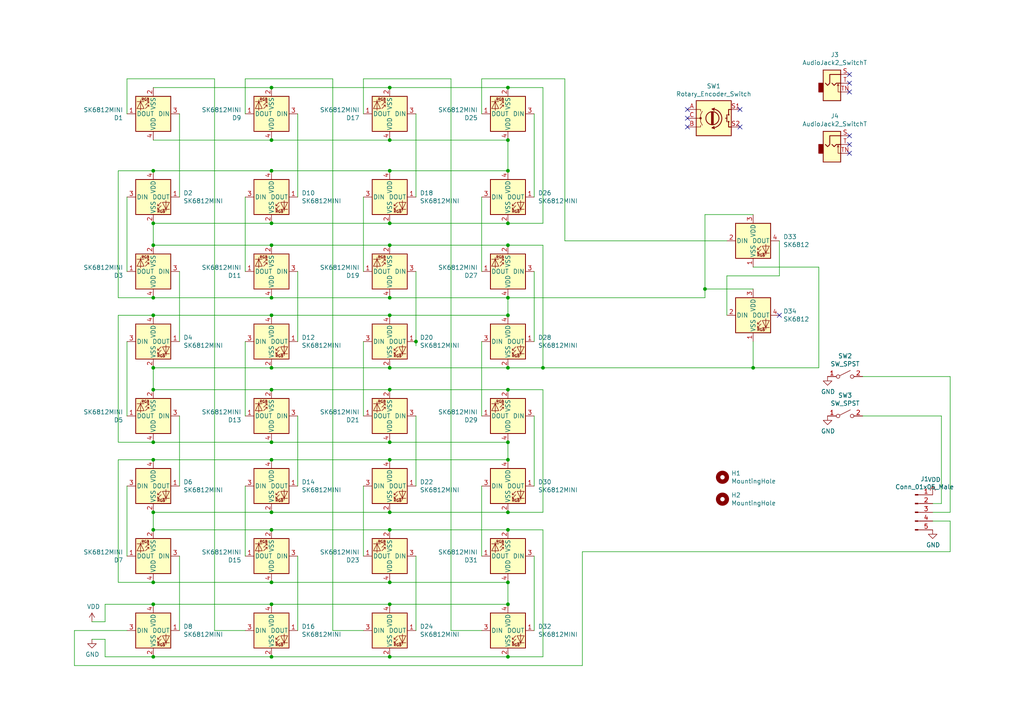
<source format=kicad_sch>
(kicad_sch (version 20230121) (generator eeschema)
  (paper "A4")
  (lib_symbols
    (symbol "LED:SK6812" (pin_names (offset 0.254))
      (property "Reference" "D" (at 5.08 5.715 0))
      (property "Value" "SK6812" (at 1.27 -5.715 0))
      (symbol "SK6812_0_0"
        (text "RGB" (at 2.286 -4.191 0) (effects (font (size 0.762 0.762))))
      )
      (symbol "SK6812_0_1"
        (polyline (pts (xy 1.27 -3.556) (xy 1.778 -3.556)))
        (polyline (pts (xy 1.27 -2.54) (xy 1.778 -2.54)))
        (polyline (pts (xy 4.699 -3.556) (xy 2.667 -3.556)))
        (polyline (pts (xy 2.286 -2.54) (xy 1.27 -3.556) (xy 1.27 -3.048)))
        (polyline (pts (xy 2.286 -1.524) (xy 1.27 -2.54) (xy 1.27 -2.032)))
        (polyline (pts (xy 3.683 -1.016) (xy 3.683 -3.556) (xy 3.683 -4.064)))
        (polyline (pts (xy 4.699 -1.524) (xy 2.667 -1.524) (xy 3.683 -3.556) (xy 4.699 -1.524)))
        (rectangle (start 5.08 5.08) (end -5.08 -5.08) (stroke (width 0.254)) (fill (type background)))
      )
      (symbol "SK6812_1_1"
        (pin power_in line (at 0 -7.62 90) (length 2.54) (name "VSS") (number "1"))
        (pin input line (at -7.62 0 0) (length 2.54) (name "DIN") (number "2"))
        (pin power_in line (at 0 7.62 270) (length 2.54) (name "VDD") (number "3"))
        (pin output line (at 7.62 0 180) (length 2.54) (name "DOUT") (number "4"))
      )
    )
    (symbol "LED:SK6812MINI" (pin_names (offset 0.254))
      (property "Reference" "D" (at 5.08 5.715 0))
      (property "Value" "SK6812MINI" (at 1.27 -5.715 0))
      (symbol "SK6812MINI_0_0"
        (text "RGB" (at 2.286 -4.191 0) (effects (font (size 0.762 0.762))))
      )
      (symbol "SK6812MINI_0_1"
        (polyline (pts (xy 1.27 -3.556) (xy 1.778 -3.556)))
        (polyline (pts (xy 1.27 -2.54) (xy 1.778 -2.54)))
        (polyline (pts (xy 4.699 -3.556) (xy 2.667 -3.556)))
        (polyline (pts (xy 2.286 -2.54) (xy 1.27 -3.556) (xy 1.27 -3.048)))
        (polyline (pts (xy 2.286 -1.524) (xy 1.27 -2.54) (xy 1.27 -2.032)))
        (polyline (pts (xy 3.683 -1.016) (xy 3.683 -3.556) (xy 3.683 -4.064)))
        (polyline (pts (xy 4.699 -1.524) (xy 2.667 -1.524) (xy 3.683 -3.556) (xy 4.699 -1.524)))
        (rectangle (start 5.08 5.08) (end -5.08 -5.08) (stroke (width 0.254)) (fill (type background)))
      )
      (symbol "SK6812MINI_1_1"
        (pin output line (at 7.62 0 180) (length 2.54) (name "DOUT") (number "1"))
        (pin power_in line (at 0 -7.62 90) (length 2.54) (name "VSS") (number "2"))
        (pin input line (at -7.62 0 0) (length 2.54) (name "DIN") (number "3"))
        (pin power_in line (at 0 7.62 270) (length 2.54) (name "VDD") (number "4"))
      )
    )
    (symbol "Mechanical:MountingHole" (pin_names (offset 1.016))
      (property "Reference" "H" (at 0 5.08 0))
      (property "Value" "MountingHole" (at 0 3.175 0))
      (symbol "MountingHole_0_1"
        (circle (center 0 0) (radius 1.27) (stroke (width 1.27)))
      )
    )
    (symbol "Switch:SW_SPST" (pin_names (offset 0) hide)
      (property "Reference" "SW" (at 0 3.175 0))
      (property "Value" "SW_SPST" (at 0 -2.54 0))
      (symbol "SW_SPST_0_0"
        (circle (center -2.032 0) (radius 0.508))
        (polyline (pts (xy -1.524 0.254) (xy 1.524 1.778)))
        (circle (center 2.032 0) (radius 0.508))
      )
      (symbol "SW_SPST_1_1"
        (pin passive line (at -5.08 0 0) (length 2.54) (name "A") (number "1"))
        (pin passive line (at 5.08 0 180) (length 2.54) (name "B") (number "2"))
      )
    )
    (symbol "nologic_front-rescue:AudioJack2_SwitchT-Connector"
      (property "Reference" "J" (at 0 8.89 0))
      (property "Value" "Connector_AudioJack2_SwitchT" (at 0 6.35 0))
      (symbol "AudioJack2_SwitchT-Connector_0_1"
        (rectangle (start -2.54 0) (end -3.81 -2.54) (stroke (width 0.254)) (fill (type outline)))
        (polyline (pts (xy 1.778 -0.254) (xy 2.032 -0.762)))
        (polyline (pts (xy 0 0) (xy 0.635 -0.635) (xy 1.27 0) (xy 2.54 0)) (stroke (width 0.254)))
        (polyline (pts (xy 2.54 -2.54) (xy 1.778 -2.54) (xy 1.778 -0.254) (xy 1.524 -0.762)))
        (polyline (pts (xy 2.54 2.54) (xy -0.635 2.54) (xy -0.635 0) (xy -1.27 -0.635) (xy -1.905 0)) (stroke (width 0.254)))
        (rectangle (start 2.54 3.81) (end -2.54 -5.08) (stroke (width 0.254)) (fill (type background)))
      )
      (symbol "AudioJack2_SwitchT-Connector_1_1"
        (pin passive line (at 5.08 2.54 180) (length 2.54) (name "~") (number "S"))
        (pin passive line (at 5.08 0 180) (length 2.54) (name "~") (number "T"))
        (pin passive line (at 5.08 -2.54 180) (length 2.54) (name "~") (number "TN"))
      )
    )
    (symbol "nologic_front-rescue:Conn_01x05_Male-Connector" (pin_names (offset 1.016) hide)
      (property "Reference" "J" (at 0 7.62 0))
      (property "Value" "Connector_Conn_01x05_Male" (at 0 -7.62 0))
      (symbol "Conn_01x05_Male-Connector_1_1"
        (polyline (pts (xy 1.27 -5.08) (xy 0.8636 -5.08)) (stroke (width 0.1524)))
        (polyline (pts (xy 1.27 -2.54) (xy 0.8636 -2.54)) (stroke (width 0.1524)))
        (polyline (pts (xy 1.27 0) (xy 0.8636 0)) (stroke (width 0.1524)))
        (polyline (pts (xy 1.27 2.54) (xy 0.8636 2.54)) (stroke (width 0.1524)))
        (polyline (pts (xy 1.27 5.08) (xy 0.8636 5.08)) (stroke (width 0.1524)))
        (rectangle (start 0.8636 -4.953) (end 0 -5.207) (stroke (width 0.1524)) (fill (type outline)))
        (rectangle (start 0.8636 -2.413) (end 0 -2.667) (stroke (width 0.1524)) (fill (type outline)))
        (rectangle (start 0.8636 0.127) (end 0 -0.127) (stroke (width 0.1524)) (fill (type outline)))
        (rectangle (start 0.8636 2.667) (end 0 2.413) (stroke (width 0.1524)) (fill (type outline)))
        (rectangle (start 0.8636 5.207) (end 0 4.953) (stroke (width 0.1524)) (fill (type outline)))
        (pin passive line (at 5.08 5.08 180) (length 3.81) (name "Pin_1") (number "1"))
        (pin passive line (at 5.08 2.54 180) (length 3.81) (name "Pin_2") (number "2"))
        (pin passive line (at 5.08 0 180) (length 3.81) (name "Pin_3") (number "3"))
        (pin passive line (at 5.08 -2.54 180) (length 3.81) (name "Pin_4") (number "4"))
        (pin passive line (at 5.08 -5.08 180) (length 3.81) (name "Pin_5") (number "5"))
      )
    )
    (symbol "nologic_front-rescue:Rotary_Encoder_Switch-Device" (pin_names (offset 0.254) hide)
      (property "Reference" "SW" (at 0 6.604 0))
      (property "Value" "Device_Rotary_Encoder_Switch" (at 0 -6.604 0))
      (symbol "Rotary_Encoder_Switch-Device_0_1"
        (rectangle (start -5.08 5.08) (end 5.08 -5.08) (stroke (width 0.254)) (fill (type background)))
        (circle (center -3.81 0) (radius 0.254) (fill (type outline)))
        (arc (start -0.381 -2.794) (mid 2.3376 -0.0635) (end -0.381 2.667) (stroke (width 0.254)))
        (circle (center -0.381 0) (radius 1.905) (stroke (width 0.254)))
        (polyline (pts (xy -0.635 -1.778) (xy -0.635 1.778)) (stroke (width 0.254)))
        (polyline (pts (xy -0.381 -1.778) (xy -0.381 1.778)) (stroke (width 0.254)))
        (polyline (pts (xy -0.127 1.778) (xy -0.127 -1.778)) (stroke (width 0.254)))
        (polyline (pts (xy 3.81 0) (xy 3.429 0)) (stroke (width 0.254)))
        (polyline (pts (xy 3.81 1.016) (xy 3.81 -1.016)) (stroke (width 0.254)))
        (polyline (pts (xy -5.08 -2.54) (xy -3.81 -2.54) (xy -3.81 -2.032)))
        (polyline (pts (xy -5.08 2.54) (xy -3.81 2.54) (xy -3.81 2.032)))
        (polyline (pts (xy 0.254 -3.048) (xy -0.508 -2.794) (xy 0.127 -2.413)) (stroke (width 0.254)))
        (polyline (pts (xy 0.254 2.921) (xy -0.508 2.667) (xy 0.127 2.286)) (stroke (width 0.254)))
        (polyline (pts (xy 5.08 -2.54) (xy 4.318 -2.54) (xy 4.318 -1.016)) (stroke (width 0.254)))
        (polyline (pts (xy 5.08 2.54) (xy 4.318 2.54) (xy 4.318 1.016)) (stroke (width 0.254)))
        (polyline (pts (xy -5.08 0) (xy -3.81 0) (xy -3.81 -1.016) (xy -3.302 -2.032)))
        (polyline (pts (xy -4.318 0) (xy -3.81 0) (xy -3.81 1.016) (xy -3.302 2.032)))
        (circle (center 4.318 -1.016) (radius 0.127) (stroke (width 0.254)))
        (circle (center 4.318 1.016) (radius 0.127) (stroke (width 0.254)))
      )
      (symbol "Rotary_Encoder_Switch-Device_1_1"
        (pin passive line (at -7.62 2.54 0) (length 2.54) (name "A") (number "A"))
        (pin passive line (at -7.62 -2.54 0) (length 2.54) (name "B") (number "B"))
        (pin passive line (at -7.62 0 0) (length 2.54) (name "C") (number "C"))
        (pin passive line (at 7.62 2.54 180) (length 2.54) (name "S1") (number "S1"))
        (pin passive line (at 7.62 -2.54 180) (length 2.54) (name "S2") (number "S2"))
      )
    )
    (symbol "power:GND" (power) (pin_names (offset 0))
      (property "Value" "GND" (at 0 -3.81 0))
      (symbol "GND_0_1"
        (polyline (pts (xy 0 0) (xy 0 -1.27) (xy 1.27 -1.27) (xy 0 -2.54) (xy -1.27 -1.27) (xy 0 -1.27)))
      )
      (symbol "GND_1_1"
        (pin power_in line (at 0 0 270) (length 0) hide (name "GND") (number "1"))
      )
    )
    (symbol "power:VDD" (power) (pin_names (offset 0))
      (property "Value" "VDD" (at 0 3.81 0))
      (symbol "VDD_0_1"
        (polyline (pts (xy -0.762 1.27) (xy 0 2.54)))
        (polyline (pts (xy 0 0) (xy 0 2.54)))
        (polyline (pts (xy 0 2.54) (xy 0.762 1.27)))
      )
      (symbol "VDD_1_1"
        (pin power_in line (at 0 0 90) (length 0) hide (name "VDD") (number "1"))
      )
    )
  )
  (junction (at 113.03 153.67))
  (junction (at 78.74 190.5))
  (junction (at 78.74 168.91))
  (junction (at 44.45 106.68))
  (junction (at 44.45 86.36))
  (junction (at 78.74 113.03))
  (junction (at 44.45 49.53))
  (junction (at 78.74 153.67))
  (junction (at 113.03 113.03))
  (junction (at 147.32 168.91))
  (junction (at 44.45 113.03))
  (junction (at 147.32 86.36))
  (junction (at 113.03 190.5))
  (junction (at 78.74 106.68))
  (junction (at 147.32 40.64))
  (junction (at 78.74 128.27))
  (junction (at 78.74 64.77))
  (junction (at 147.32 113.03))
  (junction (at 44.45 190.5))
  (junction (at 78.74 86.36))
  (junction (at 147.32 190.5))
  (junction (at 113.03 49.53))
  (junction (at 78.74 49.53))
  (junction (at 113.03 106.68))
  (junction (at 113.03 175.26))
  (junction (at 147.32 49.53))
  (junction (at 147.32 106.68))
  (junction (at 204.47 83.82))
  (junction (at 44.45 148.59))
  (junction (at 113.03 40.64))
  (junction (at 113.03 91.44))
  (junction (at 44.45 91.44))
  (junction (at 113.03 25.4))
  (junction (at 78.74 40.64))
  (junction (at 157.48 106.68))
  (junction (at 113.03 71.12))
  (junction (at 78.74 91.44))
  (junction (at 147.32 128.27))
  (junction (at 44.45 64.77))
  (junction (at 78.74 175.26))
  (junction (at 44.45 71.12))
  (junction (at 218.44 106.68))
  (junction (at 120.65 99.06))
  (junction (at 78.74 25.4))
  (junction (at 78.74 133.35))
  (junction (at 147.32 71.12))
  (junction (at 113.03 148.59))
  (junction (at 147.32 91.44))
  (junction (at 147.32 175.26))
  (junction (at 44.45 153.67))
  (junction (at 44.45 175.26))
  (junction (at 147.32 153.67))
  (junction (at 113.03 168.91))
  (junction (at 147.32 148.59))
  (junction (at 44.45 128.27))
  (junction (at 78.74 148.59))
  (junction (at 113.03 128.27))
  (junction (at 147.32 64.77))
  (junction (at 147.32 133.35))
  (junction (at 113.03 64.77))
  (junction (at 113.03 86.36))
  (junction (at 78.74 71.12))
  (junction (at 44.45 168.91))
  (junction (at 147.32 25.4))
  (junction (at 113.03 133.35))
  (junction (at 44.45 133.35))
  (no_connect (at 199.39 31.75))
  (no_connect (at 246.38 24.13))
  (no_connect (at 246.38 44.45))
  (no_connect (at 246.38 41.91))
  (no_connect (at 214.63 31.75))
  (no_connect (at 199.39 34.29))
  (no_connect (at 246.38 21.59))
  (no_connect (at 226.06 91.44))
  (no_connect (at 246.38 39.37))
  (no_connect (at 199.39 36.83))
  (no_connect (at 246.38 26.67))
  (no_connect (at 214.63 36.83))
  (wire (pts (xy 120.65 57.15) (xy 120.65 33.02)))
  (wire (pts (xy 147.32 71.12) (xy 113.03 71.12)))
  (wire (pts (xy 30.48 190.5) (xy 44.45 190.5)))
  (wire (pts (xy 34.29 49.53) (xy 44.45 49.53)))
  (wire (pts (xy 273.05 120.65) (xy 273.05 146.05)))
  (wire (pts (xy 96.52 182.88) (xy 105.41 182.88)))
  (wire (pts (xy 44.45 175.26) (xy 78.74 175.26)))
  (wire (pts (xy 113.03 106.68) (xy 147.32 106.68)))
  (wire (pts (xy 36.83 161.29) (xy 36.83 140.97)))
  (wire (pts (xy 147.32 86.36) (xy 147.32 91.44)))
  (wire (pts (xy 36.83 78.74) (xy 36.83 57.15)))
  (wire (pts (xy 163.83 22.86) (xy 163.83 69.85)))
  (wire (pts (xy 26.67 180.34) (xy 30.48 180.34)))
  (wire (pts (xy 113.03 113.03) (xy 78.74 113.03)))
  (wire (pts (xy 44.45 153.67) (xy 44.45 148.59)))
  (wire (pts (xy 78.74 148.59) (xy 113.03 148.59)))
  (wire (pts (xy 210.82 80.01) (xy 210.82 91.44)))
  (wire (pts (xy 71.12 33.02) (xy 71.12 22.86)))
  (wire (pts (xy 44.45 49.53) (xy 78.74 49.53)))
  (wire (pts (xy 147.32 133.35) (xy 147.32 128.27)))
  (wire (pts (xy 113.03 148.59) (xy 147.32 148.59)))
  (wire (pts (xy 78.74 64.77) (xy 113.03 64.77)))
  (wire (pts (xy 78.74 168.91) (xy 44.45 168.91)))
  (wire (pts (xy 204.47 86.36) (xy 204.47 83.82)))
  (wire (pts (xy 78.74 91.44) (xy 113.03 91.44)))
  (wire (pts (xy 147.32 190.5) (xy 157.48 190.5)))
  (wire (pts (xy 154.94 99.06) (xy 154.94 78.74)))
  (wire (pts (xy 30.48 175.26) (xy 44.45 175.26)))
  (wire (pts (xy 113.03 128.27) (xy 78.74 128.27)))
  (wire (pts (xy 204.47 83.82) (xy 204.47 62.23)))
  (wire (pts (xy 36.83 22.86) (xy 62.23 22.86)))
  (wire (pts (xy 120.65 99.06) (xy 120.65 78.74)))
  (wire (pts (xy 157.48 106.68) (xy 157.48 71.12)))
  (wire (pts (xy 78.74 40.64) (xy 44.45 40.64)))
  (wire (pts (xy 226.06 69.85) (xy 226.06 80.01)))
  (wire (pts (xy 86.36 182.88) (xy 86.36 161.29)))
  (wire (pts (xy 71.12 161.29) (xy 71.12 140.97)))
  (wire (pts (xy 157.48 64.77) (xy 157.48 25.4)))
  (wire (pts (xy 168.91 160.02) (xy 275.59 160.02)))
  (wire (pts (xy 78.74 113.03) (xy 44.45 113.03)))
  (wire (pts (xy 113.03 25.4) (xy 78.74 25.4)))
  (wire (pts (xy 44.45 113.03) (xy 44.45 106.68)))
  (wire (pts (xy 147.32 106.68) (xy 157.48 106.68)))
  (wire (pts (xy 113.03 40.64) (xy 78.74 40.64)))
  (wire (pts (xy 147.32 148.59) (xy 157.48 148.59)))
  (wire (pts (xy 30.48 185.42) (xy 30.48 190.5)))
  (wire (pts (xy 78.74 71.12) (xy 44.45 71.12)))
  (wire (pts (xy 113.03 86.36) (xy 78.74 86.36)))
  (wire (pts (xy 78.74 49.53) (xy 113.03 49.53)))
  (wire (pts (xy 113.03 153.67) (xy 78.74 153.67)))
  (wire (pts (xy 147.32 128.27) (xy 113.03 128.27)))
  (wire (pts (xy 226.06 80.01) (xy 210.82 80.01)))
  (wire (pts (xy 120.65 140.97) (xy 120.65 120.65)))
  (wire (pts (xy 218.44 106.68) (xy 218.44 99.06)))
  (wire (pts (xy 44.45 106.68) (xy 78.74 106.68)))
  (wire (pts (xy 71.12 120.65) (xy 71.12 99.06)))
  (wire (pts (xy 147.32 168.91) (xy 113.03 168.91)))
  (wire (pts (xy 139.7 120.65) (xy 139.7 99.06)))
  (wire (pts (xy 78.74 25.4) (xy 44.45 25.4)))
  (wire (pts (xy 44.45 91.44) (xy 78.74 91.44)))
  (wire (pts (xy 78.74 153.67) (xy 44.45 153.67)))
  (wire (pts (xy 34.29 128.27) (xy 34.29 91.44)))
  (wire (pts (xy 113.03 71.12) (xy 78.74 71.12)))
  (wire (pts (xy 44.45 64.77) (xy 78.74 64.77)))
  (wire (pts (xy 130.81 22.86) (xy 130.81 182.88)))
  (wire (pts (xy 147.32 113.03) (xy 113.03 113.03)))
  (wire (pts (xy 36.83 120.65) (xy 36.83 99.06)))
  (wire (pts (xy 44.45 168.91) (xy 34.29 168.91)))
  (wire (pts (xy 157.48 71.12) (xy 147.32 71.12)))
  (wire (pts (xy 157.48 190.5) (xy 157.48 153.67)))
  (wire (pts (xy 157.48 148.59) (xy 157.48 113.03)))
  (wire (pts (xy 147.32 190.5) (xy 113.03 190.5)))
  (wire (pts (xy 168.91 193.04) (xy 168.91 160.02)))
  (wire (pts (xy 130.81 182.88) (xy 139.7 182.88)))
  (wire (pts (xy 44.45 190.5) (xy 78.74 190.5)))
  (wire (pts (xy 250.19 120.65) (xy 273.05 120.65)))
  (wire (pts (xy 44.45 128.27) (xy 34.29 128.27)))
  (wire (pts (xy 237.49 77.47) (xy 218.44 77.47)))
  (wire (pts (xy 147.32 25.4) (xy 113.03 25.4)))
  (wire (pts (xy 157.48 153.67) (xy 147.32 153.67)))
  (wire (pts (xy 275.59 109.22) (xy 275.59 148.59)))
  (wire (pts (xy 113.03 133.35) (xy 147.32 133.35)))
  (wire (pts (xy 120.65 100.33) (xy 120.65 99.06)))
  (wire (pts (xy 36.83 33.02) (xy 36.83 22.86)))
  (wire (pts (xy 147.32 86.36) (xy 113.03 86.36)))
  (wire (pts (xy 30.48 180.34) (xy 30.48 175.26)))
  (wire (pts (xy 147.32 153.67) (xy 113.03 153.67)))
  (wire (pts (xy 78.74 190.5) (xy 113.03 190.5)))
  (wire (pts (xy 78.74 175.26) (xy 113.03 175.26)))
  (wire (pts (xy 78.74 128.27) (xy 44.45 128.27)))
  (wire (pts (xy 26.67 185.42) (xy 30.48 185.42)))
  (wire (pts (xy 113.03 168.91) (xy 78.74 168.91)))
  (wire (pts (xy 44.45 133.35) (xy 78.74 133.35)))
  (wire (pts (xy 147.32 86.36) (xy 204.47 86.36)))
  (wire (pts (xy 71.12 78.74) (xy 71.12 57.15)))
  (wire (pts (xy 52.07 99.06) (xy 52.07 78.74)))
  (wire (pts (xy 105.41 22.86) (xy 130.81 22.86)))
  (wire (pts (xy 154.94 57.15) (xy 154.94 33.02)))
  (wire (pts (xy 113.03 175.26) (xy 147.32 175.26)))
  (wire (pts (xy 62.23 22.86) (xy 62.23 182.88)))
  (wire (pts (xy 21.59 182.88) (xy 21.59 193.04)))
  (wire (pts (xy 113.03 91.44) (xy 147.32 91.44)))
  (wire (pts (xy 154.94 140.97) (xy 154.94 120.65)))
  (wire (pts (xy 105.41 78.74) (xy 105.41 57.15)))
  (wire (pts (xy 275.59 151.13) (xy 270.51 151.13)))
  (wire (pts (xy 52.07 161.29) (xy 52.07 182.88)))
  (wire (pts (xy 44.45 86.36) (xy 34.29 86.36)))
  (wire (pts (xy 273.05 146.05) (xy 270.51 146.05)))
  (wire (pts (xy 154.94 182.88) (xy 154.94 161.29)))
  (wire (pts (xy 157.48 106.68) (xy 218.44 106.68)))
  (wire (pts (xy 21.59 182.88) (xy 36.83 182.88)))
  (wire (pts (xy 120.65 182.88) (xy 120.65 161.29)))
  (wire (pts (xy 105.41 33.02) (xy 105.41 22.86)))
  (wire (pts (xy 34.29 86.36) (xy 34.29 49.53)))
  (wire (pts (xy 86.36 99.06) (xy 86.36 78.74)))
  (wire (pts (xy 96.52 22.86) (xy 96.52 182.88)))
  (wire (pts (xy 21.59 193.04) (xy 168.91 193.04)))
  (wire (pts (xy 113.03 64.77) (xy 147.32 64.77)))
  (wire (pts (xy 52.07 140.97) (xy 52.07 120.65)))
  (wire (pts (xy 147.32 64.77) (xy 157.48 64.77)))
  (wire (pts (xy 163.83 69.85) (xy 210.82 69.85)))
  (wire (pts (xy 86.36 140.97) (xy 86.36 120.65)))
  (wire (pts (xy 147.32 49.53) (xy 147.32 40.64)))
  (wire (pts (xy 147.32 40.64) (xy 113.03 40.64)))
  (wire (pts (xy 204.47 83.82) (xy 218.44 83.82)))
  (wire (pts (xy 157.48 113.03) (xy 147.32 113.03)))
  (wire (pts (xy 105.41 120.65) (xy 105.41 99.06)))
  (wire (pts (xy 204.47 62.23) (xy 218.44 62.23)))
  (wire (pts (xy 139.7 33.02) (xy 139.7 22.86)))
  (wire (pts (xy 113.03 49.53) (xy 147.32 49.53)))
  (wire (pts (xy 62.23 182.88) (xy 71.12 182.88)))
  (wire (pts (xy 250.19 109.22) (xy 275.59 109.22)))
  (wire (pts (xy 44.45 71.12) (xy 44.45 64.77)))
  (wire (pts (xy 78.74 106.68) (xy 113.03 106.68)))
  (wire (pts (xy 147.32 175.26) (xy 147.32 168.91)))
  (wire (pts (xy 139.7 161.29) (xy 139.7 140.97)))
  (wire (pts (xy 34.29 91.44) (xy 44.45 91.44)))
  (wire (pts (xy 34.29 133.35) (xy 44.45 133.35)))
  (wire (pts (xy 78.74 133.35) (xy 113.03 133.35)))
  (wire (pts (xy 105.41 161.29) (xy 105.41 140.97)))
  (wire (pts (xy 275.59 160.02) (xy 275.59 151.13)))
  (wire (pts (xy 86.36 57.15) (xy 86.36 33.02)))
  (wire (pts (xy 71.12 22.86) (xy 96.52 22.86)))
  (wire (pts (xy 237.49 106.68) (xy 237.49 77.47)))
  (wire (pts (xy 78.74 86.36) (xy 44.45 86.36)))
  (wire (pts (xy 34.29 168.91) (xy 34.29 133.35)))
  (wire (pts (xy 139.7 22.86) (xy 163.83 22.86)))
  (wire (pts (xy 44.45 148.59) (xy 78.74 148.59)))
  (wire (pts (xy 139.7 78.74) (xy 139.7 57.15)))
  (wire (pts (xy 218.44 106.68) (xy 237.49 106.68)))
  (wire (pts (xy 275.59 148.59) (xy 270.51 148.59)))
  (wire (pts (xy 52.07 57.15) (xy 52.07 33.02)))
  (wire (pts (xy 157.48 25.4) (xy 147.32 25.4)))
  (symbol (lib_id "Switch:SW_SPST") (at 245.11 109.22 0) (unit 1)
    (property "Reference" "SW2" (at 245.11 103.251 0))
    (property "Value" "SW_SPST" (at 245.11 105.5624 0))
    (property "Footprint" "Keebio-Parts:Kailh-PG1350-1u-NoLED" (effects hide))
  )
  (symbol (lib_id "Switch:SW_SPST") (at 245.11 120.65 0) (unit 1)
    (property "Reference" "SW3" (at 245.11 114.681 0))
    (property "Value" "SW_SPST" (at 245.11 116.9924 0))
    (property "Footprint" "Keebio-Parts:Kailh-PG1350-1u-NoLED" (effects hide))
  )
  (symbol (lib_id "nologic_front-rescue:Rotary_Encoder_Switch-Device") (at 207.01 34.29 0) (unit 1)
    (property "Reference" "SW1" (at 207.01 24.9682 0))
    (property "Value" "Rotary_Encoder_Switch" (at 207.01 27.2796 0))
    (property "Footprint" "chillpizza:Rotary_Encoder_Switched_PEC11R_top" (effects hide))
  )
  (symbol (lib_id "nologic_front-rescue:AudioJack2_SwitchT-Connector") (at 241.3 24.13 0) (unit 1)
    (property "Reference" "J3" (at 242.1128 15.875 0))
    (property "Value" "AudioJack2_SwitchT" (at 242.1128 18.1864 0))
    (property "Footprint" "chillpizza:Jack_3.5mm_QingPu_WQP-PJ3410_Vertical_Top" (effects hide))
  )
  (symbol (lib_id "nologic_front-rescue:AudioJack2_SwitchT-Connector") (at 241.3 41.91 0) (unit 1)
    (property "Reference" "J4" (at 242.1128 33.655 0))
    (property "Value" "AudioJack2_SwitchT" (at 242.1128 35.9664 0))
    (property "Footprint" "chillpizza:Jack_3.5mm_QingPu_WQP-PJ3410_Vertical_Top" (effects hide))
  )
  (symbol (lib_id "LED:SK6812MINI") (at 147.32 78.74 180) (unit 1)
    (property "Reference" "D27" (at 138.5824 79.9084 0) (effects (justify left)))
    (property "Value" "SK6812MINI" (at 138.5824 77.597 0) (effects (justify left)))
    (property "Footprint" "chillpizza:LED_SK6812MINI_PLCC4_3.5x3.5mm_P1.75mm_flush" (effects hide))
    (property "Datasheet" "https://cdn-shop.adafruit.com/product-files/2686/SK6812MINI_REV.01-1-2.pdf" (effects hide))
  )
  (symbol (lib_id "LED:SK6812MINI") (at 113.03 78.74 180) (unit 1)
    (property "Reference" "D19" (at 104.2924 79.9084 0) (effects (justify left)))
    (property "Value" "SK6812MINI" (at 104.2924 77.597 0) (effects (justify left)))
    (property "Footprint" "chillpizza:LED_SK6812MINI_PLCC4_3.5x3.5mm_P1.75mm_flush" (effects hide))
    (property "Datasheet" "https://cdn-shop.adafruit.com/product-files/2686/SK6812MINI_REV.01-1-2.pdf" (effects hide))
  )
  (symbol (lib_id "LED:SK6812MINI") (at 78.74 78.74 180) (unit 1)
    (property "Reference" "D11" (at 70.0024 79.9084 0) (effects (justify left)))
    (property "Value" "SK6812MINI" (at 70.0024 77.597 0) (effects (justify left)))
    (property "Footprint" "chillpizza:LED_SK6812MINI_PLCC4_3.5x3.5mm_P1.75mm_flush" (effects hide))
    (property "Datasheet" "https://cdn-shop.adafruit.com/product-files/2686/SK6812MINI_REV.01-1-2.pdf" (effects hide))
  )
  (symbol (lib_id "LED:SK6812MINI") (at 44.45 78.74 180) (unit 1)
    (property "Reference" "D3" (at 35.7124 79.9084 0) (effects (justify left)))
    (property "Value" "SK6812MINI" (at 35.7124 77.597 0) (effects (justify left)))
    (property "Footprint" "chillpizza:LED_SK6812MINI_PLCC4_3.5x3.5mm_P1.75mm_flush" (effects hide))
    (property "Datasheet" "https://cdn-shop.adafruit.com/product-files/2686/SK6812MINI_REV.01-1-2.pdf" (effects hide))
  )
  (symbol (lib_id "LED:SK6812MINI") (at 44.45 99.06 0) (unit 1)
    (property "Reference" "D4" (at 53.1876 97.8916 0) (effects (justify left)))
    (property "Value" "SK6812MINI" (at 53.1876 100.203 0) (effects (justify left)))
    (property "Footprint" "chillpizza:LED_SK6812MINI_PLCC4_3.5x3.5mm_P1.75mm_flush" (effects hide))
    (property "Datasheet" "https://cdn-shop.adafruit.com/product-files/2686/SK6812MINI_REV.01-1-2.pdf" (effects hide))
  )
  (symbol (lib_id "LED:SK6812MINI") (at 78.74 99.06 0) (unit 1)
    (property "Reference" "D12" (at 87.4776 97.8916 0) (effects (justify left)))
    (property "Value" "SK6812MINI" (at 87.4776 100.203 0) (effects (justify left)))
    (property "Footprint" "chillpizza:LED_SK6812MINI_PLCC4_3.5x3.5mm_P1.75mm_flush" (effects hide))
    (property "Datasheet" "https://cdn-shop.adafruit.com/product-files/2686/SK6812MINI_REV.01-1-2.pdf" (effects hide))
  )
  (symbol (lib_id "LED:SK6812MINI") (at 113.03 99.06 0) (unit 1)
    (property "Reference" "D20" (at 121.7676 97.8916 0) (effects (justify left)))
    (property "Value" "SK6812MINI" (at 121.7676 100.203 0) (effects (justify left)))
    (property "Footprint" "chillpizza:LED_SK6812MINI_PLCC4_3.5x3.5mm_P1.75mm_flush" (effects hide))
    (property "Datasheet" "https://cdn-shop.adafruit.com/product-files/2686/SK6812MINI_REV.01-1-2.pdf" (effects hide))
  )
  (symbol (lib_id "LED:SK6812MINI") (at 147.32 99.06 0) (unit 1)
    (property "Reference" "D28" (at 156.0576 97.8916 0) (effects (justify left)))
    (property "Value" "SK6812MINI" (at 156.0576 100.203 0) (effects (justify left)))
    (property "Footprint" "chillpizza:LED_SK6812MINI_PLCC4_3.5x3.5mm_P1.75mm_flush" (effects hide))
    (property "Datasheet" "https://cdn-shop.adafruit.com/product-files/2686/SK6812MINI_REV.01-1-2.pdf" (effects hide))
  )
  (symbol (lib_id "LED:SK6812MINI") (at 147.32 33.02 180) (unit 1)
    (property "Reference" "D25" (at 138.5824 34.1884 0) (effects (justify left)))
    (property "Value" "SK6812MINI" (at 138.5824 31.877 0) (effects (justify left)))
    (property "Footprint" "chillpizza:LED_SK6812MINI_PLCC4_3.5x3.5mm_P1.75mm_flush" (effects hide))
    (property "Datasheet" "https://cdn-shop.adafruit.com/product-files/2686/SK6812MINI_REV.01-1-2.pdf" (effects hide))
  )
  (symbol (lib_id "LED:SK6812MINI") (at 113.03 33.02 180) (unit 1)
    (property "Reference" "D17" (at 104.2924 34.1884 0) (effects (justify left)))
    (property "Value" "SK6812MINI" (at 104.2924 31.877 0) (effects (justify left)))
    (property "Footprint" "chillpizza:LED_SK6812MINI_PLCC4_3.5x3.5mm_P1.75mm_flush" (effects hide))
    (property "Datasheet" "https://cdn-shop.adafruit.com/product-files/2686/SK6812MINI_REV.01-1-2.pdf" (effects hide))
  )
  (symbol (lib_id "LED:SK6812MINI") (at 78.74 33.02 180) (unit 1)
    (property "Reference" "D9" (at 70.0024 34.1884 0) (effects (justify left)))
    (property "Value" "SK6812MINI" (at 70.0024 31.877 0) (effects (justify left)))
    (property "Footprint" "chillpizza:LED_SK6812MINI_PLCC4_3.5x3.5mm_P1.75mm_flush" (effects hide))
    (property "Datasheet" "https://cdn-shop.adafruit.com/product-files/2686/SK6812MINI_REV.01-1-2.pdf" (effects hide))
  )
  (symbol (lib_id "LED:SK6812MINI") (at 44.45 33.02 180) (unit 1)
    (property "Reference" "D1" (at 35.7124 34.1884 0) (effects (justify left)))
    (property "Value" "SK6812MINI" (at 35.7124 31.877 0) (effects (justify left)))
    (property "Footprint" "chillpizza:LED_SK6812MINI_PLCC4_3.5x3.5mm_P1.75mm_flush" (effects hide))
    (property "Datasheet" "https://cdn-shop.adafruit.com/product-files/2686/SK6812MINI_REV.01-1-2.pdf" (effects hide))
  )
  (symbol (lib_id "LED:SK6812MINI") (at 44.45 57.15 0) (unit 1)
    (property "Reference" "D2" (at 53.1876 55.9816 0) (effects (justify left)))
    (property "Value" "SK6812MINI" (at 53.1876 58.293 0) (effects (justify left)))
    (property "Footprint" "chillpizza:LED_SK6812MINI_PLCC4_3.5x3.5mm_P1.75mm_flush" (effects hide))
    (property "Datasheet" "https://cdn-shop.adafruit.com/product-files/2686/SK6812MINI_REV.01-1-2.pdf" (effects hide))
  )
  (symbol (lib_id "LED:SK6812MINI") (at 78.74 57.15 0) (unit 1)
    (property "Reference" "D10" (at 87.4776 55.9816 0) (effects (justify left)))
    (property "Value" "SK6812MINI" (at 87.4776 58.293 0) (effects (justify left)))
    (property "Footprint" "chillpizza:LED_SK6812MINI_PLCC4_3.5x3.5mm_P1.75mm_flush" (effects hide))
    (property "Datasheet" "https://cdn-shop.adafruit.com/product-files/2686/SK6812MINI_REV.01-1-2.pdf" (effects hide))
  )
  (symbol (lib_id "LED:SK6812MINI") (at 113.03 57.15 0) (unit 1)
    (property "Reference" "D18" (at 121.7676 55.9816 0) (effects (justify left)))
    (property "Value" "SK6812MINI" (at 121.7676 58.293 0) (effects (justify left)))
    (property "Footprint" "chillpizza:LED_SK6812MINI_PLCC4_3.5x3.5mm_P1.75mm_flush" (effects hide))
    (property "Datasheet" "https://cdn-shop.adafruit.com/product-files/2686/SK6812MINI_REV.01-1-2.pdf" (effects hide))
  )
  (symbol (lib_id "LED:SK6812MINI") (at 147.32 57.15 0) (unit 1)
    (property "Reference" "D26" (at 156.0576 55.9816 0) (effects (justify left)))
    (property "Value" "SK6812MINI" (at 156.0576 58.293 0) (effects (justify left)))
    (property "Footprint" "chillpizza:LED_SK6812MINI_PLCC4_3.5x3.5mm_P1.75mm_flush" (effects hide))
    (property "Datasheet" "https://cdn-shop.adafruit.com/product-files/2686/SK6812MINI_REV.01-1-2.pdf" (effects hide))
  )
  (symbol (lib_id "LED:SK6812MINI") (at 147.32 161.29 180) (unit 1)
    (property "Reference" "D31" (at 138.5824 162.4584 0) (effects (justify left)))
    (property "Value" "SK6812MINI" (at 138.5824 160.147 0) (effects (justify left)))
    (property "Footprint" "chillpizza:LED_SK6812MINI_PLCC4_3.5x3.5mm_P1.75mm_flush" (effects hide))
    (property "Datasheet" "https://cdn-shop.adafruit.com/product-files/2686/SK6812MINI_REV.01-1-2.pdf" (effects hide))
  )
  (symbol (lib_id "LED:SK6812MINI") (at 113.03 161.29 180) (unit 1)
    (property "Reference" "D23" (at 104.2924 162.4584 0) (effects (justify left)))
    (property "Value" "SK6812MINI" (at 104.2924 160.147 0) (effects (justify left)))
    (property "Footprint" "chillpizza:LED_SK6812MINI_PLCC4_3.5x3.5mm_P1.75mm_flush" (effects hide))
    (property "Datasheet" "https://cdn-shop.adafruit.com/product-files/2686/SK6812MINI_REV.01-1-2.pdf" (effects hide))
  )
  (symbol (lib_id "LED:SK6812MINI") (at 78.74 161.29 180) (unit 1)
    (property "Reference" "D15" (at 70.0024 162.4584 0) (effects (justify left)))
    (property "Value" "SK6812MINI" (at 70.0024 160.147 0) (effects (justify left)))
    (property "Footprint" "chillpizza:LED_SK6812MINI_PLCC4_3.5x3.5mm_P1.75mm_flush" (effects hide))
    (property "Datasheet" "https://cdn-shop.adafruit.com/product-files/2686/SK6812MINI_REV.01-1-2.pdf" (effects hide))
  )
  (symbol (lib_id "LED:SK6812MINI") (at 44.45 161.29 180) (unit 1)
    (property "Reference" "D7" (at 35.7124 162.4584 0) (effects (justify left)))
    (property "Value" "SK6812MINI" (at 35.7124 160.147 0) (effects (justify left)))
    (property "Footprint" "chillpizza:LED_SK6812MINI_PLCC4_3.5x3.5mm_P1.75mm_flush" (effects hide))
    (property "Datasheet" "https://cdn-shop.adafruit.com/product-files/2686/SK6812MINI_REV.01-1-2.pdf" (effects hide))
  )
  (symbol (lib_id "LED:SK6812MINI") (at 44.45 182.88 0) (unit 1)
    (property "Reference" "D8" (at 53.1876 181.7116 0) (effects (justify left)))
    (property "Value" "SK6812MINI" (at 53.1876 184.023 0) (effects (justify left)))
    (property "Footprint" "chillpizza:LED_SK6812MINI_PLCC4_3.5x3.5mm_P1.75mm_flush" (effects hide))
    (property "Datasheet" "https://cdn-shop.adafruit.com/product-files/2686/SK6812MINI_REV.01-1-2.pdf" (effects hide))
  )
  (symbol (lib_id "LED:SK6812MINI") (at 78.74 182.88 0) (unit 1)
    (property "Reference" "D16" (at 87.4776 181.7116 0) (effects (justify left)))
    (property "Value" "SK6812MINI" (at 87.4776 184.023 0) (effects (justify left)))
    (property "Footprint" "chillpizza:LED_SK6812MINI_PLCC4_3.5x3.5mm_P1.75mm_flush" (effects hide))
    (property "Datasheet" "https://cdn-shop.adafruit.com/product-files/2686/SK6812MINI_REV.01-1-2.pdf" (effects hide))
  )
  (symbol (lib_id "LED:SK6812MINI") (at 113.03 182.88 0) (unit 1)
    (property "Reference" "D24" (at 121.7676 181.7116 0) (effects (justify left)))
    (property "Value" "SK6812MINI" (at 121.7676 184.023 0) (effects (justify left)))
    (property "Footprint" "chillpizza:LED_SK6812MINI_PLCC4_3.5x3.5mm_P1.75mm_flush" (effects hide))
    (property "Datasheet" "https://cdn-shop.adafruit.com/product-files/2686/SK6812MINI_REV.01-1-2.pdf" (effects hide))
  )
  (symbol (lib_id "LED:SK6812MINI") (at 147.32 182.88 0) (unit 1)
    (property "Reference" "D32" (at 156.0576 181.7116 0) (effects (justify left)))
    (property "Value" "SK6812MINI" (at 156.0576 184.023 0) (effects (justify left)))
    (property "Footprint" "chillpizza:LED_SK6812MINI_PLCC4_3.5x3.5mm_P1.75mm_flush" (effects hide))
    (property "Datasheet" "https://cdn-shop.adafruit.com/product-files/2686/SK6812MINI_REV.01-1-2.pdf" (effects hide))
  )
  (symbol (lib_id "LED:SK6812MINI") (at 147.32 120.65 180) (unit 1)
    (property "Reference" "D29" (at 138.5824 121.8184 0) (effects (justify left)))
    (property "Value" "SK6812MINI" (at 138.5824 119.507 0) (effects (justify left)))
    (property "Footprint" "chillpizza:LED_SK6812MINI_PLCC4_3.5x3.5mm_P1.75mm_flush" (effects hide))
    (property "Datasheet" "https://cdn-shop.adafruit.com/product-files/2686/SK6812MINI_REV.01-1-2.pdf" (effects hide))
  )
  (symbol (lib_id "LED:SK6812MINI") (at 113.03 120.65 180) (unit 1)
    (property "Reference" "D21" (at 104.2924 121.8184 0) (effects (justify left)))
    (property "Value" "SK6812MINI" (at 104.2924 119.507 0) (effects (justify left)))
    (property "Footprint" "chillpizza:LED_SK6812MINI_PLCC4_3.5x3.5mm_P1.75mm_flush" (effects hide))
    (property "Datasheet" "https://cdn-shop.adafruit.com/product-files/2686/SK6812MINI_REV.01-1-2.pdf" (effects hide))
  )
  (symbol (lib_id "LED:SK6812MINI") (at 78.74 120.65 180) (unit 1)
    (property "Reference" "D13" (at 70.0024 121.8184 0) (effects (justify left)))
    (property "Value" "SK6812MINI" (at 70.0024 119.507 0) (effects (justify left)))
    (property "Footprint" "chillpizza:LED_SK6812MINI_PLCC4_3.5x3.5mm_P1.75mm_flush" (effects hide))
    (property "Datasheet" "https://cdn-shop.adafruit.com/product-files/2686/SK6812MINI_REV.01-1-2.pdf" (effects hide))
  )
  (symbol (lib_id "LED:SK6812MINI") (at 44.45 120.65 180) (unit 1)
    (property "Reference" "D5" (at 35.7124 121.8184 0) (effects (justify left)))
    (property "Value" "SK6812MINI" (at 35.7124 119.507 0) (effects (justify left)))
    (property "Footprint" "chillpizza:LED_SK6812MINI_PLCC4_3.5x3.5mm_P1.75mm_flush" (effects hide))
    (property "Datasheet" "https://cdn-shop.adafruit.com/product-files/2686/SK6812MINI_REV.01-1-2.pdf" (effects hide))
  )
  (symbol (lib_id "LED:SK6812MINI") (at 44.45 140.97 0) (unit 1)
    (property "Reference" "D6" (at 53.1876 139.8016 0) (effects (justify left)))
    (property "Value" "SK6812MINI" (at 53.1876 142.113 0) (effects (justify left)))
    (property "Footprint" "chillpizza:LED_SK6812MINI_PLCC4_3.5x3.5mm_P1.75mm_flush" (effects hide))
    (property "Datasheet" "https://cdn-shop.adafruit.com/product-files/2686/SK6812MINI_REV.01-1-2.pdf" (effects hide))
  )
  (symbol (lib_id "LED:SK6812MINI") (at 78.74 140.97 0) (unit 1)
    (property "Reference" "D14" (at 87.4776 139.8016 0) (effects (justify left)))
    (property "Value" "SK6812MINI" (at 87.4776 142.113 0) (effects (justify left)))
    (property "Footprint" "chillpizza:LED_SK6812MINI_PLCC4_3.5x3.5mm_P1.75mm_flush" (effects hide))
    (property "Datasheet" "https://cdn-shop.adafruit.com/product-files/2686/SK6812MINI_REV.01-1-2.pdf" (effects hide))
  )
  (symbol (lib_id "LED:SK6812MINI") (at 113.03 140.97 0) (unit 1)
    (property "Reference" "D22" (at 121.7676 139.8016 0) (effects (justify left)))
    (property "Value" "SK6812MINI" (at 121.7676 142.113 0) (effects (justify left)))
    (property "Footprint" "chillpizza:LED_SK6812MINI_PLCC4_3.5x3.5mm_P1.75mm_flush" (effects hide))
    (property "Datasheet" "https://cdn-shop.adafruit.com/product-files/2686/SK6812MINI_REV.01-1-2.pdf" (effects hide))
  )
  (symbol (lib_id "LED:SK6812MINI") (at 147.32 140.97 0) (unit 1)
    (property "Reference" "D30" (at 156.0576 139.8016 0) (effects (justify left)))
    (property "Value" "SK6812MINI" (at 156.0576 142.113 0) (effects (justify left)))
    (property "Footprint" "chillpizza:LED_SK6812MINI_PLCC4_3.5x3.5mm_P1.75mm_flush" (effects hide))
    (property "Datasheet" "https://cdn-shop.adafruit.com/product-files/2686/SK6812MINI_REV.01-1-2.pdf" (effects hide))
  )
  (symbol (lib_id "LED:SK6812") (at 218.44 69.85 0) (unit 1)
    (property "Reference" "D33" (at 227.1776 68.6816 0) (effects (justify left)))
    (property "Value" "SK6812" (at 227.1776 70.993 0) (effects (justify left)))
    (property "Footprint" "Keebio-Parts:SK6812-MINI-E" (effects hide))
    (property "Datasheet" "https://cdn-shop.adafruit.com/product-files/1138/SK6812+LED+datasheet+.pdf" (effects hide))
  )
  (symbol (lib_id "LED:SK6812") (at 218.44 91.44 0) (unit 1)
    (property "Reference" "D34" (at 227.1776 90.2716 0) (effects (justify left)))
    (property "Value" "SK6812" (at 227.1776 92.583 0) (effects (justify left)))
    (property "Footprint" "Keebio-Parts:SK6812-MINI-E" (effects hide))
    (property "Datasheet" "https://cdn-shop.adafruit.com/product-files/1138/SK6812+LED+datasheet+.pdf" (effects hide))
  )
  (symbol (lib_id "Mechanical:MountingHole") (at 209.55 138.43 0) (unit 1)
    (property "Reference" "H1" (at 212.09 137.2616 0) (effects (justify left)))
    (property "Value" "MountingHole" (at 212.09 139.573 0) (effects (justify left)))
    (property "Footprint" "drill_holes:M3_Slot" (effects hide))
  )
  (symbol (lib_id "Mechanical:MountingHole") (at 209.55 144.78 0) (unit 1)
    (property "Reference" "H2" (at 212.09 143.6116 0) (effects (justify left)))
    (property "Value" "MountingHole" (at 212.09 145.923 0) (effects (justify left)))
    (property "Footprint" "drill_holes:M3_Slot" (effects hide))
  )
  (symbol (lib_id "nologic_front-rescue:Conn_01x05_Male-Connector") (at 265.43 148.59 0) (unit 1)
    (property "Reference" "J1" (at 268.1732 138.9126 0))
    (property "Value" "Conn_01x05_Male" (at 268.1732 141.224 0))
    (property "Footprint" "Connector_PinSocket_2.54mm:PinSocket_1x05_P2.54mm_Vertical_SMD_Pin1Left" (effects hide))
  )
  (symbol (lib_id "power:GND") (at 270.51 153.67 0) (unit 1)
    (property "Reference" "#PWR0101" (effects hide))
    (property "Value" "GND" (at 270.637 158.0642 0))
  )
  (symbol (lib_id "power:GND") (at 240.03 120.65 0) (unit 1)
    (property "Reference" "#PWR0102" (effects hide))
    (property "Value" "GND" (at 240.157 125.0442 0))
  )
  (symbol (lib_id "power:GND") (at 240.03 109.22 0) (unit 1)
    (property "Reference" "#PWR0103" (effects hide))
    (property "Value" "GND" (at 240.157 113.6142 0))
  )
  (symbol (lib_id "power:VDD") (at 26.67 180.34 0) (unit 1)
    (property "Reference" "#PWR0104" (effects hide))
    (property "Value" "VDD" (at 27.1018 175.9458 0))
  )
  (symbol (lib_id "power:GND") (at 26.67 185.42 0) (unit 1)
    (property "Reference" "#PWR0105" (effects hide))
    (property "Value" "GND" (at 26.797 189.8142 0))
  )
  (symbol (lib_id "power:VDD") (at 270.51 143.51 0) (unit 1)
    (property "Reference" "#PWR0106" (effects hide))
    (property "Value" "VDD" (at 270.9418 139.1158 0))
  )
)
</source>
